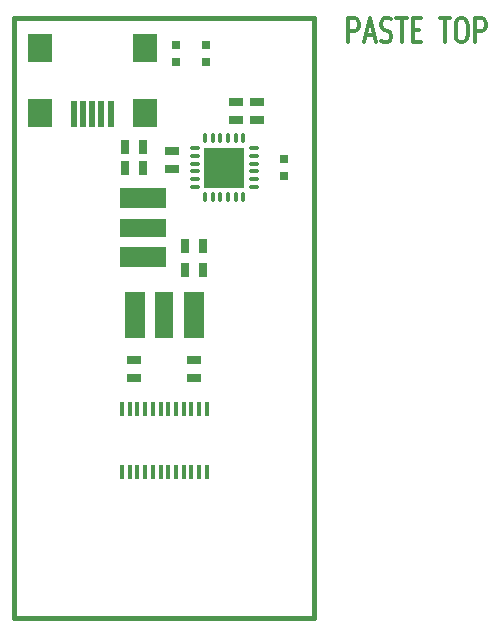
<source format=gtp>
G04 (created by PCBNEW-RS274X (2012-01-19 BZR 3256)-stable) date 9/17/2012 8:45:25 AM*
G01*
G70*
G90*
%MOIN*%
G04 Gerber Fmt 3.4, Leading zero omitted, Abs format*
%FSLAX34Y34*%
G04 APERTURE LIST*
%ADD10C,0.006000*%
%ADD11C,0.012000*%
%ADD12C,0.015000*%
%ADD13R,0.137800X0.137800*%
%ADD14O,0.039400X0.011800*%
%ADD15O,0.011800X0.039400*%
%ADD16R,0.079000X0.098000*%
%ADD17R,0.020000X0.091000*%
%ADD18R,0.016000X0.050000*%
%ADD19R,0.045000X0.025000*%
%ADD20R,0.025000X0.045000*%
%ADD21R,0.031400X0.031400*%
%ADD22R,0.066900X0.157500*%
%ADD23R,0.059100X0.157500*%
%ADD24R,0.157500X0.066900*%
%ADD25R,0.157500X0.059100*%
G04 APERTURE END LIST*
G54D10*
G54D11*
X71143Y-30824D02*
X71143Y-30024D01*
X71371Y-30024D01*
X71429Y-30062D01*
X71457Y-30100D01*
X71486Y-30176D01*
X71486Y-30290D01*
X71457Y-30367D01*
X71429Y-30405D01*
X71371Y-30443D01*
X71143Y-30443D01*
X71714Y-30595D02*
X72000Y-30595D01*
X71657Y-30824D02*
X71857Y-30024D01*
X72057Y-30824D01*
X72228Y-30786D02*
X72314Y-30824D01*
X72457Y-30824D01*
X72514Y-30786D01*
X72543Y-30748D01*
X72571Y-30671D01*
X72571Y-30595D01*
X72543Y-30519D01*
X72514Y-30481D01*
X72457Y-30443D01*
X72343Y-30405D01*
X72285Y-30367D01*
X72257Y-30329D01*
X72228Y-30252D01*
X72228Y-30176D01*
X72257Y-30100D01*
X72285Y-30062D01*
X72343Y-30024D01*
X72485Y-30024D01*
X72571Y-30062D01*
X72742Y-30024D02*
X73085Y-30024D01*
X72914Y-30824D02*
X72914Y-30024D01*
X73285Y-30405D02*
X73485Y-30405D01*
X73571Y-30824D02*
X73285Y-30824D01*
X73285Y-30024D01*
X73571Y-30024D01*
X74199Y-30024D02*
X74542Y-30024D01*
X74371Y-30824D02*
X74371Y-30024D01*
X74856Y-30024D02*
X74970Y-30024D01*
X75028Y-30062D01*
X75085Y-30138D01*
X75113Y-30290D01*
X75113Y-30557D01*
X75085Y-30710D01*
X75028Y-30786D01*
X74970Y-30824D01*
X74856Y-30824D01*
X74799Y-30786D01*
X74742Y-30710D01*
X74713Y-30557D01*
X74713Y-30290D01*
X74742Y-30138D01*
X74799Y-30062D01*
X74856Y-30024D01*
X75371Y-30824D02*
X75371Y-30024D01*
X75599Y-30024D01*
X75657Y-30062D01*
X75685Y-30100D01*
X75714Y-30176D01*
X75714Y-30290D01*
X75685Y-30367D01*
X75657Y-30405D01*
X75599Y-30443D01*
X75371Y-30443D01*
G54D12*
X60000Y-50000D02*
X70000Y-50000D01*
X60000Y-30000D02*
X60000Y-50000D01*
X70000Y-30000D02*
X60000Y-30000D01*
X70000Y-30000D02*
X70000Y-50000D01*
G54D13*
X67000Y-35000D03*
G54D14*
X67986Y-35640D03*
X67984Y-35384D03*
X67984Y-35128D03*
X67984Y-34872D03*
X67984Y-34616D03*
X67984Y-34360D03*
G54D15*
X67640Y-34016D03*
X67384Y-34016D03*
X67128Y-34016D03*
X66872Y-34016D03*
X66616Y-34016D03*
X66360Y-34016D03*
G54D14*
X66016Y-34360D03*
X66016Y-34616D03*
X66016Y-34872D03*
X66016Y-35128D03*
X66016Y-35384D03*
X66016Y-35640D03*
G54D15*
X66360Y-35984D03*
X66616Y-35984D03*
X66872Y-35984D03*
X67128Y-35984D03*
X67384Y-35984D03*
X67640Y-35984D03*
G54D16*
X64350Y-31020D03*
X60850Y-31020D03*
X60850Y-33190D03*
G54D17*
X63220Y-33225D03*
X61980Y-33225D03*
X62290Y-33225D03*
X62910Y-33225D03*
X62600Y-33225D03*
G54D16*
X64350Y-33190D03*
G54D18*
X63600Y-45150D03*
X63850Y-45150D03*
X64110Y-45150D03*
X64370Y-45150D03*
X64620Y-45150D03*
X64880Y-45150D03*
X65140Y-45150D03*
X65390Y-45150D03*
X65650Y-45150D03*
X65900Y-45150D03*
X66160Y-45150D03*
X66420Y-45150D03*
X66430Y-43050D03*
X66160Y-43050D03*
X65900Y-43050D03*
X65650Y-43050D03*
X65390Y-43050D03*
X65140Y-43050D03*
X64880Y-43050D03*
X64620Y-43050D03*
X64370Y-43050D03*
X64110Y-43050D03*
X63850Y-43050D03*
X63600Y-43050D03*
G54D19*
X68100Y-33400D03*
X68100Y-32800D03*
X67400Y-33400D03*
X67400Y-32800D03*
X65250Y-35050D03*
X65250Y-34450D03*
G54D20*
X65700Y-37600D03*
X66300Y-37600D03*
X65700Y-38400D03*
X66300Y-38400D03*
X63700Y-35000D03*
X64300Y-35000D03*
X63700Y-34300D03*
X64300Y-34300D03*
G54D19*
X64000Y-41400D03*
X64000Y-42000D03*
X66000Y-41400D03*
X66000Y-42000D03*
G54D21*
X69000Y-35295D03*
X69000Y-34705D03*
X65400Y-31495D03*
X65400Y-30905D03*
X66400Y-31495D03*
X66400Y-30905D03*
G54D22*
X65984Y-39900D03*
G54D23*
X65000Y-39900D03*
G54D22*
X64016Y-39900D03*
G54D24*
X64300Y-36016D03*
G54D25*
X64300Y-37000D03*
G54D24*
X64300Y-37984D03*
M02*

</source>
